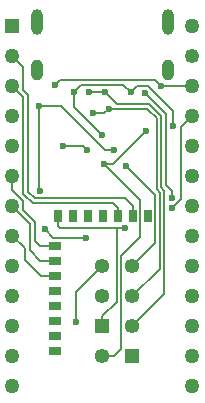
<source format=gbl>
G04 #@! TF.GenerationSoftware,KiCad,Pcbnew,(5.1.6)-1*
G04 #@! TF.CreationDate,2020-10-02T00:20:03+08:00*
G04 #@! TF.ProjectId,nrfmicro,6e72666d-6963-4726-9f2e-6b696361645f,rev?*
G04 #@! TF.SameCoordinates,Original*
G04 #@! TF.FileFunction,Copper,L2,Bot*
G04 #@! TF.FilePolarity,Positive*
%FSLAX46Y46*%
G04 Gerber Fmt 4.6, Leading zero omitted, Abs format (unit mm)*
G04 Created by KiCad (PCBNEW (5.1.6)-1) date 2020-10-02 00:20:03*
%MOMM*%
%LPD*%
G01*
G04 APERTURE LIST*
G04 #@! TA.AperFunction,ComponentPad*
%ADD10O,1.000000X1.800000*%
G04 #@! TD*
G04 #@! TA.AperFunction,ComponentPad*
%ADD11O,1.000000X2.200000*%
G04 #@! TD*
G04 #@! TA.AperFunction,ComponentPad*
%ADD12O,1.270000X1.270000*%
G04 #@! TD*
G04 #@! TA.AperFunction,ComponentPad*
%ADD13R,1.270000X1.270000*%
G04 #@! TD*
G04 #@! TA.AperFunction,ComponentPad*
%ADD14R,0.650000X1.000000*%
G04 #@! TD*
G04 #@! TA.AperFunction,ComponentPad*
%ADD15R,1.000000X0.650000*%
G04 #@! TD*
G04 #@! TA.AperFunction,ComponentPad*
%ADD16C,1.270000*%
G04 #@! TD*
G04 #@! TA.AperFunction,ComponentPad*
%ADD17C,1.250000*%
G04 #@! TD*
G04 #@! TA.AperFunction,ViaPad*
%ADD18C,0.600000*%
G04 #@! TD*
G04 #@! TA.AperFunction,Conductor*
%ADD19C,0.200000*%
G04 #@! TD*
G04 APERTURE END LIST*
D10*
X22146600Y-23700000D03*
X33296600Y-23700000D03*
D11*
X22146600Y-19700000D03*
X33296600Y-19700000D03*
D12*
X27721600Y-40320000D03*
X27721600Y-42860000D03*
D13*
X27721600Y-45400000D03*
D12*
X27721600Y-47940000D03*
D13*
X30261600Y-47940000D03*
D12*
X30261600Y-45400000D03*
X30261600Y-42860000D03*
X30261600Y-40320000D03*
D14*
X27743000Y-36062000D03*
X23933000Y-36062000D03*
X25203000Y-36062000D03*
X29013000Y-36062000D03*
X26473000Y-36062000D03*
X31553000Y-36062000D03*
X30283000Y-36062000D03*
D15*
X23679000Y-47492000D03*
X23679000Y-46222000D03*
X23679000Y-44952000D03*
X23679000Y-43682000D03*
X23679000Y-42412000D03*
X23679000Y-41142000D03*
X23679000Y-39872000D03*
X23679000Y-38602000D03*
D13*
X20101600Y-20000000D03*
D16*
X35341600Y-20000000D03*
D17*
X35341600Y-22540000D03*
D16*
X35341600Y-25080000D03*
X35341600Y-27620000D03*
X35341600Y-30160000D03*
X35341600Y-32700000D03*
X35341600Y-35240000D03*
X35341600Y-37780000D03*
X35341600Y-40320000D03*
X35341600Y-42860000D03*
X35341600Y-45400000D03*
X35341600Y-47940000D03*
X35341600Y-50480000D03*
X20101600Y-50480000D03*
X20101600Y-47940000D03*
X20101600Y-45400000D03*
X20101600Y-42860000D03*
X20101600Y-40320000D03*
X20101600Y-37780000D03*
X20101600Y-35240000D03*
X20101600Y-32700000D03*
X20101600Y-30160000D03*
X20101600Y-27620000D03*
X20101600Y-25080000D03*
X20101600Y-22540000D03*
D18*
X23725000Y-25000000D03*
X32681068Y-25128387D03*
X29638001Y-37151360D03*
X22860541Y-37221058D03*
X26339254Y-37917325D03*
X33603255Y-35448216D03*
X25321600Y-25578400D03*
X27721600Y-29278400D03*
X29725000Y-31825000D03*
X33710000Y-28460000D03*
X30120000Y-25620000D03*
X28685010Y-30525010D03*
X22319499Y-26800000D03*
X22474998Y-34009839D03*
X27970000Y-25595498D03*
X26616770Y-25630002D03*
X26968817Y-27409751D03*
X28259355Y-27004399D03*
X25471600Y-45060000D03*
X31296985Y-25662015D03*
X33601692Y-34601250D03*
X27851598Y-31700000D03*
X31400698Y-28896948D03*
X26400000Y-30540000D03*
X24350000Y-30200000D03*
D19*
X24129513Y-24595487D02*
X23725000Y-25000000D01*
X35293213Y-25128387D02*
X35341600Y-25080000D01*
X32681068Y-25128387D02*
X35293213Y-25128387D01*
X32148168Y-24595487D02*
X32681068Y-25128387D01*
X24129513Y-24595487D02*
X32148168Y-24595487D01*
X23933000Y-36062000D02*
X23933000Y-36762000D01*
X28926589Y-37155011D02*
X28930240Y-37151360D01*
X29638001Y-37151360D02*
X28930240Y-37151360D01*
X29638001Y-37151360D02*
X24112960Y-37151360D01*
X23933000Y-36971400D02*
X23933000Y-36762000D01*
X24112960Y-37151360D02*
X23933000Y-36971400D01*
X27721600Y-44560000D02*
X28926589Y-43355011D01*
X27721600Y-45400000D02*
X27721600Y-44560000D01*
X28926589Y-43355011D02*
X28926589Y-37155011D01*
X35341600Y-27620000D02*
X34406599Y-28555001D01*
X23556808Y-37917325D02*
X22860541Y-37221058D01*
X26339254Y-37917325D02*
X23556808Y-37917325D01*
X34406599Y-34644872D02*
X33603255Y-35448216D01*
X34406599Y-32993401D02*
X34406599Y-34644872D01*
X34406599Y-28555001D02*
X34406599Y-32993401D01*
X29725000Y-31825000D02*
X30908001Y-33008001D01*
X25321600Y-26878400D02*
X25321600Y-25578400D01*
X27721600Y-29278400D02*
X25321600Y-26878400D01*
X25904503Y-24995497D02*
X25321600Y-25578400D01*
X28594503Y-24995497D02*
X25904503Y-24995497D01*
X30677985Y-25062015D02*
X30120000Y-25620000D01*
X31554515Y-25062015D02*
X30677985Y-25062015D01*
X33710000Y-27217500D02*
X31554515Y-25062015D01*
X33710000Y-28460000D02*
X33710000Y-27217500D01*
X29495497Y-24995497D02*
X30120000Y-25620000D01*
X28594503Y-24995497D02*
X29495497Y-24995497D01*
X32178001Y-34278001D02*
X30908001Y-33008001D01*
X32178001Y-37133599D02*
X32178001Y-36566401D01*
X32178001Y-36566401D02*
X32178001Y-34278001D01*
X32178001Y-38403599D02*
X30261600Y-40320000D01*
X32178001Y-37133599D02*
X32178001Y-38403599D01*
X22319499Y-26800000D02*
X24217112Y-26800000D01*
X27942122Y-30525010D02*
X28685010Y-30525010D01*
X24217112Y-26800000D02*
X27942122Y-30525010D01*
X22319499Y-33854340D02*
X22474998Y-34009839D01*
X22319499Y-26800000D02*
X22319499Y-33854340D01*
X27935496Y-25630002D02*
X27970000Y-25595498D01*
X26616770Y-25630002D02*
X27935496Y-25630002D01*
X32978021Y-37464977D02*
X32978021Y-42683579D01*
X32709989Y-33678591D02*
X32978021Y-33946623D01*
X32978021Y-33946623D02*
X32978021Y-36966421D01*
X32978021Y-42683579D02*
X30261600Y-45400000D01*
X32978021Y-36966421D02*
X32978021Y-37464977D01*
X27970000Y-25595498D02*
X28978891Y-26604389D01*
X31643189Y-26604389D02*
X32709989Y-27671189D01*
X32709989Y-27671189D02*
X32709989Y-33678591D01*
X28978891Y-26604389D02*
X31643189Y-26604389D01*
X27854003Y-27409751D02*
X28259355Y-27004399D01*
X26968817Y-27409751D02*
X27854003Y-27409751D01*
X28259355Y-27004399D02*
X31477501Y-27004399D01*
X31477501Y-27004399D02*
X32309979Y-27836877D01*
X32309979Y-27836877D02*
X32309979Y-33844281D01*
X32309979Y-33844281D02*
X32578011Y-34112312D01*
X32578011Y-34112312D02*
X32578011Y-36766411D01*
X32578011Y-37299288D02*
X32578011Y-36766411D01*
X32578011Y-40543589D02*
X30261600Y-42860000D01*
X32578011Y-37299288D02*
X32578011Y-40543589D01*
X23679000Y-41142000D02*
X22492000Y-41142000D01*
X22492000Y-41142000D02*
X21150000Y-39800000D01*
X21150000Y-38828400D02*
X20101600Y-37780000D01*
X21150000Y-39800000D02*
X21150000Y-38828400D01*
X22402000Y-38602000D02*
X23679000Y-38602000D01*
X22000010Y-38200010D02*
X22402000Y-38602000D01*
X21036601Y-34791199D02*
X21036601Y-35609303D01*
X21036601Y-35609303D02*
X22000010Y-36572711D01*
X20101600Y-33856198D02*
X21036601Y-34791199D01*
X20101600Y-32700000D02*
X20101600Y-33856198D01*
X22000010Y-36572711D02*
X22000010Y-38200010D01*
X23679000Y-39872000D02*
X22472000Y-39872000D01*
X22472000Y-39872000D02*
X21600000Y-39000000D01*
X21600000Y-36738400D02*
X20101600Y-35240000D01*
X21600000Y-39000000D02*
X21600000Y-36738400D01*
X25471600Y-42570000D02*
X27721600Y-40320000D01*
X25471600Y-45060000D02*
X25471600Y-42570000D01*
X31296985Y-25662015D02*
X33109999Y-27475029D01*
X33600000Y-34002904D02*
X33600000Y-34700000D01*
X33109999Y-27475029D02*
X33109999Y-33512903D01*
X33109999Y-33512903D02*
X33600000Y-34002904D01*
X28597646Y-31700000D02*
X27851598Y-31700000D01*
X31400698Y-28896948D02*
X28597646Y-31700000D01*
X27851598Y-31700000D02*
X30908001Y-34756403D01*
X29326599Y-39455001D02*
X29326599Y-47355001D01*
X30908001Y-34756403D02*
X30908001Y-37873599D01*
X30908001Y-37873599D02*
X29326599Y-39455001D01*
X28741600Y-47940000D02*
X27721600Y-47940000D01*
X29326599Y-47355001D02*
X28741600Y-47940000D01*
X21036601Y-23475001D02*
X20101600Y-22540000D01*
X21036601Y-25449303D02*
X21036601Y-23475001D01*
X21436611Y-25849312D02*
X21036601Y-25449303D01*
X30283000Y-35217000D02*
X29675839Y-34609839D01*
X30283000Y-36062000D02*
X30283000Y-35217000D01*
X29675839Y-34609839D02*
X21986637Y-34609839D01*
X21986637Y-34609839D02*
X21436611Y-34059813D01*
X21436611Y-34059813D02*
X21436611Y-25849312D01*
X21036601Y-34225501D02*
X21820949Y-35009849D01*
X28635849Y-35009849D02*
X29013000Y-35387000D01*
X21820949Y-35009849D02*
X28635849Y-35009849D01*
X21036601Y-26015001D02*
X21036601Y-34225501D01*
X29013000Y-35387000D02*
X29013000Y-36062000D01*
X20101600Y-25080000D02*
X21036601Y-26015001D01*
X26060000Y-30200000D02*
X26400000Y-30540000D01*
X24350000Y-30200000D02*
X26060000Y-30200000D01*
M02*

</source>
